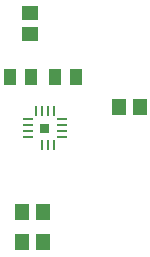
<source format=gbr>
%TF.GenerationSoftware,Altium Limited,Altium Designer,20.0.13 (296)*%
G04 Layer_Color=128*
%FSLAX45Y45*%
%MOMM*%
%TF.FileFunction,Paste,Bot*%
%TF.Part,Single*%
G01*
G75*
%TA.AperFunction,SMDPad,CuDef*%
%ADD32R,1.47000X1.16000*%
%ADD33R,1.16000X1.47000*%
G04:AMPARAMS|DCode=59|XSize=0.86mm|YSize=0.15mm|CornerRadius=0.0375mm|HoleSize=0mm|Usage=FLASHONLY|Rotation=180.000|XOffset=0mm|YOffset=0mm|HoleType=Round|Shape=RoundedRectangle|*
%AMROUNDEDRECTD59*
21,1,0.86000,0.07500,0,0,180.0*
21,1,0.78500,0.15000,0,0,180.0*
1,1,0.07500,-0.39250,0.03750*
1,1,0.07500,0.39250,0.03750*
1,1,0.07500,0.39250,-0.03750*
1,1,0.07500,-0.39250,-0.03750*
%
%ADD59ROUNDEDRECTD59*%
G04:AMPARAMS|DCode=60|XSize=0.86mm|YSize=0.15mm|CornerRadius=0.0375mm|HoleSize=0mm|Usage=FLASHONLY|Rotation=270.000|XOffset=0mm|YOffset=0mm|HoleType=Round|Shape=RoundedRectangle|*
%AMROUNDEDRECTD60*
21,1,0.86000,0.07500,0,0,270.0*
21,1,0.78500,0.15000,0,0,270.0*
1,1,0.07500,-0.03750,-0.39250*
1,1,0.07500,-0.03750,0.39250*
1,1,0.07500,0.03750,0.39250*
1,1,0.07500,0.03750,-0.39250*
%
%ADD60ROUNDEDRECTD60*%
%ADD62R,1.14000X1.47000*%
G36*
X10502100Y9030500D02*
Y8952700D01*
X10579900D01*
Y9030500D01*
X10502100D01*
D02*
G37*
D32*
X10414000Y9968600D02*
D03*
Y9792600D02*
D03*
D33*
X11347820Y9169400D02*
D03*
X11171820D02*
D03*
X10527400Y8026400D02*
D03*
X10351400D02*
D03*
X10527400Y8280400D02*
D03*
X10351400D02*
D03*
D59*
X10684500Y8916600D02*
D03*
Y8966600D02*
D03*
Y9016600D02*
D03*
Y9066600D02*
D03*
X10397500D02*
D03*
Y9016600D02*
D03*
Y8966600D02*
D03*
Y8916600D02*
D03*
D60*
X10616000Y9135100D02*
D03*
X10566000D02*
D03*
X10516000D02*
D03*
X10466000D02*
D03*
X10516000Y8848100D02*
D03*
X10566000D02*
D03*
X10616000D02*
D03*
D62*
X10248800Y9423400D02*
D03*
X10426800Y9423400D02*
D03*
X10807800D02*
D03*
X10629800Y9423400D02*
D03*
%TF.MD5,e5e7039d9f788a9b02ee17b0db696954*%
M02*

</source>
